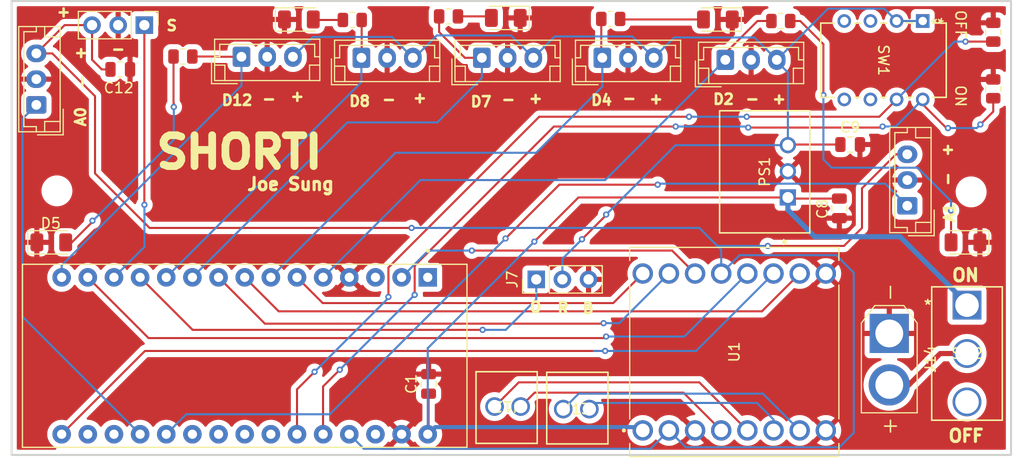
<source format=kicad_pcb>
(kicad_pcb (version 20240108) (generator "pcbnew") (generator_version "8.0")
  (layers (0 "F.Cu" signal) (31 "B.Cu" signal) (34 "B.Paste" user) (35 "F.Paste" user) (36 "B.SilkS" user "B.Silkscreen") (37 "F.SilkS" user "F.Silkscreen") (38 "B.Mask" user) (39 "F.Mask" user) (44 "Edge.Cuts" user))
  (net 0 "")
  (net 1 "+12V")
  (net 2 "GND")
  (net 3 "5v")
  (net 4 "+5V")
  (net 5 "Net-(D1-A)")
  (net 6 "Net-(D2-A)")
  (net 7 "Net-(D3-A)")
  (net 8 "Net-(D4-A)")
  (net 9 "Net-(D5-A)")
  (net 10 "S3")
  (net 11 "S1")
  (net 12 "S2")
  (net 13 "S4")
  (net 14 "S5")
  (net 15 "LN1")
  (net 16 "Servo")
  (net 17 "ST")
  (net 18 "LN2")
  (net 19 "Dirb")
  (net 21 "Net-(J12-Pin_1)")
  (net 22 "Net-(J12-Pin_2)")
  (net 23 "Net-(J13-Pin_1)")
  (net 24 "Net-(J13-Pin_2)")
  (net 25 "Net-(J14-Pin_2)")
  (net 26 "DIP1")
  (net 27 "DIP2")
  (net 28 "MOTOR1A")
  (net 29 "MOTOR1B")
  (net 30 "MOTOR2A")
  (net 31 "MOTOR2B")
  (net 39 "+3.3V")
  (net 43 "Dira")
  (footprint "Connector_JST:JST_EH_B3B-EH-A_1x03_P2.50mm_Vertical" (layer "F.Cu") (at 227.775 80.775)
    (property "Reference" "J3" (hide yes))
    (property "Value" "Screw3")
    (pad "1" thru_hole roundrect (at 0 0) (size 1.7 1.95) (drill 0.95) (layers "*.Cu" "*.Mask") (roundrect_rratio 0.147059) (net 12 "S2"))
    (pad "2" thru_hole oval (at 2.5 0) (size 1.7 1.95) (drill 0.95) (layers "*.Cu" "*.Mask") (net 2 "GND"))
    (pad "3" thru_hole oval (at 5 0) (size 1.7 1.95) (drill 0.95) (layers "*.Cu" "*.Mask") (net 3 "5v"))
  )
  (footprint "Capacitor_SMD:C_0805_2012Metric" (layer "F.Cu") (at 210.9 112.45 90)
    (property "Reference" "C1" (at 0 -1.68 90) (layer "F.SilkS"))
    (property "Value" "0.1uF")
    (pad "1" smd roundrect (at -0.95 0 90) (size 1 1.45) (layers "F.Cu" "F.Paste" "F.Mask") (net 1 "+12V"))
    (pad "2" smd roundrect (at 0.95 0 90) (size 1 1.45) (layers "F.Cu" "F.Paste" "F.Mask") (net 2 "GND"))
  )
  (footprint "Connector_JST:JST_EH_B3B-EH-A_1x03_P2.50mm_Vertical" (layer "F.Cu") (at 192.725 80.675)
    (property "Reference" "J5" (hide yes))
    (property "Value" "Screw3")
    (pad "1" thru_hole roundrect (at 0 0) (size 1.7 1.95) (drill 0.95) (layers "*.Cu" "*.Mask") (roundrect_rratio 0.147059) (net 14 "S5"))
    (pad "2" thru_hole oval (at 2.5 0) (size 1.7 1.95) (drill 0.95) (layers "*.Cu" "*.Mask") (net 2 "GND"))
    (pad "3" thru_hole oval (at 5 0) (size 1.7 1.95) (drill 0.95) (layers "*.Cu" "*.Mask") (net 3 "5v"))
  )
  (footprint "Resistor_SMD:R_0805_2012Metric" (layer "F.Cu") (at 203.4875 77.1 180)
    (property "Reference" "R4" (hide yes))
    (property "Value" "180" (hide yes))
    (pad "1" smd roundrect (at -0.9125 0 180) (size 1.025 1.4) (layers "F.Cu" "F.Paste" "F.Mask") (roundrect_rratio 0.243902) (net 13 "S4"))
    (pad "2" smd roundrect (at 0.9125 0 180) (size 1.025 1.4) (layers "F.Cu" "F.Paste" "F.Mask") (roundrect_rratio 0.243902) (net 8 "Net-(D4-A)"))
  )
  (footprint "JOEJOE:convertor" (layer "F.Cu") (at 245.799932 94.34 90)
    (property "Reference" "PS1" (at 2.49 -2.249932 90) (layer "F.SilkS"))
    (property "Value" "P78E05-1000")
    (fp_text user "*" (at -4.3299 0 90) (layer "F.SilkS"))
    (fp_text user "*" (at -4.3299 0 90) (layer "F.SilkS"))
    (pad "1" thru_hole rect (at 0 0 90) (size 1.5748 1.5748) (drill 1.0668) (layers "*.Cu" "*.Mask") (net 1 "+12V"))
    (pad "2" thru_hole circle (at 2.54 0 90) (size 1.5748 1.5748) (drill 1.0668) (layers "*.Cu" "*.Mask") (net 2 "GND"))
    (pad "3" thru_hole circle (at 5.08 0 90) (size 1.5748 1.5748) (drill 1.0668) (layers "*.Cu" "*.Mask") (net 3 "5v"))
  )
  (footprint "LED_SMD:LED_1206_3216Metric" (layer "F.Cu") (at 239 77.05 180)
    (property "Reference" "D2" (hide yes))
    (property "Value" "LED" (hide yes))
    (pad "1" smd roundrect (at -1.4 0 180) (size 1.25 1.75) (layers "F.Cu" "F.Paste" "F.Mask") (roundrect_rratio 0.2) (net 2 "GND"))
    (pad "2" smd roundrect (at 1.4 0 180) (size 1.25 1.75) (layers "F.Cu" "F.Paste" "F.Mask") (roundrect_rratio 0.2) (net 6 "Net-(D2-A)"))
  )
  (footprint "JOEJOE:spoarkfun" (layer "F.Cu") (at 240.5966 109.35 90)
    (property "Reference" "U1" (at 0 0 90) (layer "F.SilkS"))
    (property "Value" "ROB-14450")
    (pad "1" thru_hole circle (at -7.62 -8.89 90) (size 1.98 1.98) (drill 1.32) (layers "*.Cu" "*.Mask") (net 1 "+12V"))
    (pad "2" thru_hole circle (at -7.62 -6.35 90) (size 1.98 1.98) (drill 1.32) (layers "*.Cu" "*.Mask") (net 4 "+5V"))
    (pad "3" thru_hole circle (at -7.62 -3.81 90) (size 1.98 1.98) (drill 1.32) (layers "*.Cu" "*.Mask") (net 2 "GND"))
    (pad "4" thru_hole circle (at -7.62 -1.27 90) (size 1.98 1.98) (drill 1.32) (layers "*.Cu" "*.Mask") (net 21 "Net-(J12-Pin_1)"))
    (pad "5" thru_hole circle (at -7.62 1.27 90) (size 1.98 1.98) (drill 1.32) (layers "*.Cu" "*.Mask") (net 22 "Net-(J12-Pin_2)"))
    (pad "6" thru_hole circle (at -7.62 3.81 90) (size 1.98 1.98) (drill 1.32) (layers "*.Cu" "*.Mask") (net 24 "Net-(J13-Pin_2)"))
    (pad "7" thru_hole circle (at -7.62 6.35 90) (size 1.98 1.98) (drill 1.32) (layers "*.Cu" "*.Mask") (net 23 "Net-(J13-Pin_1)"))
    (pad "8" thru_hole circle (at -7.62 8.89 90) (size 1.98 1.98) (drill 1.32) (layers "*.Cu" "*.Mask") (net 2 "GND"))
    (pad "9" thru_hole circle (at 7.62 8.89 90) (size 1.98 1.98) (drill 1.32) (layers "*.Cu" "*.Mask") (net 2 "GND"))
    (pad "10" thru_hole circle (at 7.62 6.35 90) (size 1.98 1.98) (drill 1.32) (layers "*.Cu" "*.Mask") (net 19 "Dirb"))
    (pad "11" thru_hole circle (at 7.62 3.81 90) (size 1.98 1.98) (drill 1.32) (layers "*.Cu" "*.Mask") (net 31 "MOTOR2B"))
    (pad "12" thru_hole circle (at 7.62 1.27 90) (size 1.98 1.98) (drill 1.32) (layers "*.Cu" "*.Mask") (net 30 "MOTOR2A"))
    (pad "13" thru_hole circle (at 7.62 -1.27 90) (size 1.98 1.98) (drill 1.32) (layers "*.Cu" "*.Mask") (net 4 "+5V"))
    (pad "14" thru_hole circle (at 7.62 -3.81 90) (size 1.98 1.98) (drill 1.32) (layers "*.Cu" "*.Mask") (net 28 "MOTOR1A"))
    (pad "15" thru_hole circle (at 7.62 -6.35 90) (size 1.98 1.98) (drill 1.32) (layers "*.Cu" "*.Mask") (net 29 "MOTOR1B"))
    (pad "16" thru_hole circle (at 7.62 -8.89 90) (size 1.98 1.98) (drill 1.32) (layers "*.Cu" "*.Mask") (net 43 "Dira"))
  )
  (footprint "Connector_JST:JST_EH_B3B-EH-A_1x03_P2.50mm_Vertical" (layer "F.Cu") (at 172.8 85.35 90)
    (property "Reference" "J6" (hide yes))
    (property "Value" "Screw3")
    (pad "1" thru_hole roundrect (at 0 0 90) (size 1.7 1.95) (drill 0.95) (layers "*.Cu" "*.Mask") (roundrect_rratio 0.147059) (net 15 "LN1"))
    (pad "2" thru_hole oval (at 2.5 0 90) (size 1.7 1.95) (drill 0.95) (layers "*.Cu" "*.Mask") (net 2 "GND"))
    (pad "3" thru_hole oval (at 5 0 90) (size 1.7 1.95) (drill 0.95) (layers "*.Cu" "*.Mask") (net 4 "+5V"))
  )
  (footprint "LED_SMD:LED_1206_3216Metric" (layer "F.Cu") (at 198.3 77.05)
    (property "Reference" "D4" (hide yes))
    (property "Value" "LED" (hide yes))
    (pad "1" smd roundrect (at -1.4 0) (size 1.25 1.75) (layers "F.Cu" "F.Paste" "F.Mask") (roundrect_rratio 0.2) (net 2 "GND"))
    (pad "2" smd roundrect (at 1.4 0) (size 1.25 1.75) (layers "F.Cu" "F.Paste" "F.Mask") (roundrect_rratio 0.2) (net 8 "Net-(D4-A)"))
  )
  (footprint "Connector_JST:JST_EH_B3B-EH-A_1x03_P2.50mm_Vertical" (layer "F.Cu") (at 216.075 80.775)
    (property "Reference" "J1" (hide yes))
    (property "Value" "Screw3")
    (pad "1" thru_hole roundrect (at 0 0) (size 1.7 1.95) (drill 0.95) (layers "*.Cu" "*.Mask") (roundrect_rratio 0.147059) (net 10 "S3"))
    (pad "2" thru_hole oval (at 2.5 0) (size 1.7 1.95) (drill 0.95) (layers "*.Cu" "*.Mask") (net 2 "GND"))
    (pad "3" thru_hole oval (at 5 0) (size 1.7 1.95) (drill 0.95) (layers "*.Cu" "*.Mask") (net 3 "5v"))
  )
  (footprint "Connector_PinHeader_2.54mm:PinHeader_1x03_P2.54mm_Vertical" (layer "F.Cu") (at 221.36 102.3 90)
    (property "Reference" "J7" (at 0 -2.33 90) (layer "F.SilkS"))
    (property "Value" "Conn_01x03_Pin" (hide yes))
    (pad "1" thru_hole rect (at 0 0 90) (size 1.7 1.7) (drill 1) (layers "*.Cu" "*.Mask") (net 16 "Servo"))
    (pad "2" thru_hole oval (at 0 2.54 90) (size 1.7 1.7) (drill 1) (layers "*.Cu" "*.Mask") (net 3 "5v"))
    (pad "3" thru_hole oval (at 0 5.08 90) (size 1.7 1.7) (drill 1) (layers "*.Cu" "*.Mask") (net 2 "GND"))
  )
  (footprint "Resistor_SMD:R_0805_2012Metric" (layer "F.Cu") (at 187.0375 80.65 180)
    (property "Reference" "R5" (hide yes))
    (property "Value" "180")
    (pad "1" smd roundrect (at -0.9125 0 180) (size 1.025 1.4) (layers "F.Cu" "F.Paste" "F.Mask") (roundrect_rratio 0.243902) (net 14 "S5"))
    (pad "2" smd roundrect (at 0.9125 0 180) (size 1.025 1.4) (layers "F.Cu" "F.Paste" "F.Mask") (roundrect_rratio 0.243902) (net 9 "Net-(D5-A)"))
  )
  (footprint "Resistor_SMD:R_0805_2012Metric" (layer "F.Cu") (at 265.75 78.2875 -90)
    (property "Reference" "R8" (hide yes))
    (property "Value" "1k")
    (pad "1" smd roundrect (at -0.9125 0 270) (size 1.025 1.4) (layers "F.Cu" "F.Paste" "F.Mask") (roundrect_rratio 0.243902) (net 2 "GND"))
    (pad "2" smd roundrect (at 0.9125 0 270) (size 1.025 1.4) (layers "F.Cu" "F.Paste" "F.Mask") (roundrect_rratio 0.243902) (net 26 "DIP1"))
  )
  (footprint "Connector_JST:JST_EH_B3B-EH-A_1x03_P2.50mm_Vertical" (layer "F.Cu") (at 239.725 80.975)
    (property "Reference" "J2" (hide yes))
    (property "Value" "Screw3")
    (pad "1" thru_hole roundrect (at 0 0) (size 1.7 1.95) (drill 0.95) (layers "*.Cu" "*.Mask") (roundrect_rratio 0.147059) (net 11 "S1"))
    (pad "2" thru_hole oval (at 2.5 0) (size 1.7 1.95) (drill 0.95) (layers "*.Cu" "*.Mask") (net 2 "GND"))
    (pad "3" thru_hole oval (at 5 0) (size 1.7 1.95) (drill 0.95) (layers "*.Cu" "*.Mask") (net 3 "5v"))
  )
  (footprint "Capacitor_SMD:C_0805_2012Metric" (layer "F.Cu") (at 250.8 95.4 -90)
    (property "Reference" "C8" (at 0.05 1.65 90) (layer "F.SilkS"))
    (property "Value" "10uF")
    (pad "1" smd roundrect (at -0.95 0 270) (size 1 1.45) (layers "F.Cu" "F.Paste" "F.Mask") (net 1 "+12V"))
    (pad "2" smd roundrect (at 0.95 0 270) (size 1 1.45) (layers "F.Cu" "F.Paste" "F.Mask") (net 2 "GND"))
  )
  (footprint "JOEJOE:nano" (layer "F.Cu") (at 193.04 109.72 -90)
    (property "Reference" "TB1" (hide yes))
    (property "Value" "ARDUINO_NANO")
    (pad "1" thru_hole rect (at -7.62 -17.78 270) (size 1.8 1.8) (drill 0.9) (layers "*.Cu" "*.Mask"))
    (pad "2" thru_hole circle (at -7.62 -15.24 270) (size 1.8 1.8) (drill 0.9) (layers "*.Cu" "*.Mask") (net 28 "MOTOR1A"))
    (pad "3" thru_hole circle (at -7.62 -12.7 270) (size 1.8 1.8) (drill 0.9) (layers "*.Cu" "*.Mask"))
    (pad "4" thru_hole circle (at -7.62 -10.16 270) (size 1.8 1.8) (drill 0.9) (layers "*.Cu" "*.Mask") (net 2 "GND"))
    (pad "5" thru_hole circle (at -7.62 -7.62 270) (size 1.8 1.8) (drill 0.9) (layers "*.Cu" "*.Mask") (net 11 "S1"))
    (pad "6" thru_hole circle (at -7.62 -5.08 270) (size 1.8 1.8) (drill 0.9) (layers "*.Cu" "*.Mask") (net 43 "Dira"))
    (pad "7" thru_hole circle (at -7.62 -2.54 270) (size 1.8 1.8) (drill 0.9) (layers "*.Cu" "*.Mask") (net 12 "S2"))
    (pad "8" thru_hole circle (at -7.62 0 270) (size 1.8 1.8) (drill 0.9) (layers "*.Cu" "*.Mask") (net 19 "Dirb"))
    (pad "9" thru_hole circle (at -7.62 2.54 270) (size 1.8 1.8) (drill 0.9) (layers "*.Cu" "*.Mask") (net 29 "MOTOR1B"))
    (pad "10" thru_hole circle (at -7.62 5.08 270) (size 1.8 1.8) (drill 0.9) (layers "*.Cu" "*.Mask") (net 10 "S3"))
    (pad "11" thru_hole circle (at -7.62 7.62 270) (size 1.8 1.8) (drill 0.9) (layers "*.Cu" "*.Mask") (net 13 "S4"))
    (pad "12" thru_hole circle (at -7.62 10.16 270) (size 1.8 1.8) (drill 0.9) (layers "*.Cu" "*.Mask") (net 16 "Servo"))
    (pad "13" thru_hole circle (at -7.62 12.7 270) (size 1.8 1.8) (drill 0.9) (layers "*.Cu" "*.Mask") (net 17 "ST"))
    (pad "14" thru_hole circle (at -7.62 15.24 270) (size 1.8 1.8) (drill 0.9) (layers "*.Cu" "*.Mask") (net 30 "MOTOR2A"))
    (pad "15" thru_hole circle (at -7.62 17.78 270) (size 1.8 1.8) (drill 0.9) (layers "*.Cu" "*.Mask") (net 14 "S5"))
    (pad "16" thru_hole circle (at 7.62 17.78 270) (size 1.8 1.8) (drill 0.9) (layers "*.Cu" "*.Mask") (net 31 "MOTOR2B"))
    (pad "17" thru_hole circle (at 7.62 15.24 270) (size 1.8 1.8) (drill 0.9) (layers "*.Cu" "*.Mask") (net 39 "+3.3V"))
    (pad "18" thru_hole circle (at 7.62 12.7 270) (size 1.8 1.8) (drill 0.9) (layers "*.Cu" "*.Mask"))
    (pad "19" thru_hole circle (at 7.62 10.16 270) (size 1.8 1.8) (drill 0.9) (layers "*.Cu" "*.Mask") (net 15 "LN1"))
    (pad "20" thru_hole circle (at 7.62 7.62 270) (size 1.8 1.8) (drill 0.9) (layers "*.Cu" "*.Mask") (net 18 "LN2"))
    (pad "21" thru_hole circle (at 7.62 5.08 270) (size 1.8 1.8) (drill 0.9) (layers "*.Cu" "*.Mask"))
    (pad "22" thru_hole circle (at 7.62 2.54 270) (size 1.8 1.8) (drill 0.9) (layers "*.Cu" "*.Mask"))
    (pad "23" thru_hole circle (at 7.62 0 270) (size 1.8 1.8) (drill 0.9) (layers "*.Cu" "*.Mask"))
    (pad "24" thru_hole circle (at 7.62 -2.54 270) (size 1.8 1.8) (drill 0.9) (layers "*.Cu" "*.Mask"))
    (pad "25" thru_hole circle (at 7.62 -5.08 270) (size 1.8 1.8) (drill 0.9) (layers "*.Cu" "*.Mask") (net 26 "DIP1"))
    (pad "26" thru_hole circle (at 7.62 -7.62 270) (size 1.8 1.8) (drill 0.9) (layers "*.Cu" "*.Mask") (net 27 "DIP2"))
    (pad "27" thru_hole circle (at 7.62 -10.16 270) (size 1.8 1.8) (drill 0.9) (layers "*.Cu" "*.Mask") (net 4 "+5V"))
    (pad "28" thru_hole circle (at 7.62 -12.7 270) (size 1.8 1.8) (drill 0.9) (layers "*.Cu" "*.Mask"))
    (pad "29" thru_hole circle (at 7.62 -15.24 270) (size 1.8 1.8) (drill 0.9) (layers "*.Cu" "*.Mask") (net 2 "GND"))
    (pad "30" thru_hole circle (at 7.62 -17.78 270) (size 1.8 1.8) (drill 0.9) (layers "*.Cu" "*.Mask") (net 1 "+12V"))
  )
  (footprint "Capacitor_SMD:C_0805_2012Metric" (layer "F.Cu") (at 251.85 89.2)
    (property "Reference" "C9" (at 0 -1.68 0) (layer "F.SilkS"))
    (property "Value" "10uF")
    (pad "1" smd roundrect (at -0.95 0) (size 1 1.45) (layers "F.Cu" "F.Paste" "F.Mask") (net 3 "5v"))
    (pad "2" smd roundrect (at 0.95 0) (size 1 1.45) (layers "F.Cu" "F.Paste" "F.Mask") (net 2 "GND"))
  )
  (footprint "Connector_JST:JST_EH_B3B-EH-A_1x03_P2.50mm_Vertical" (layer "F.Cu") (at 204.375 80.775)
    (property "Reference" "J4" (hide yes))
    (property "Value" "Screw3")
    (pad "1" thru_hole roundrect (at 0 0) (size 1.7 1.95) (drill 0.95) (layers "*.Cu" "*.Mask") (roundrect_rratio 0.147059) (net 13 "S4"))
    (pad "2" thru_hole oval (at 2.5 0) (size 1.7 1.95) (drill 0.95) (layers "*.Cu" "*.Mask") (net 2 "GND"))
    (pad "3" thru_hole oval (at 5 0) (size 1.7 1.95) (drill 0.95) (layers "*.Cu" "*.Mask") (net 3 "5v"))
  )
  (footprint "Connector_PinHeader_2.54mm:PinHeader_1x03_P2.54mm_Vertical" (layer "F.Cu") (at 183.29 77.6 -90)
    (property "Reference" "J9" (hide yes))
    (property "Value" "Conn_01x03_Pin" (hide yes))
    (pad "1" thru_hole rect (at 0 0 270) (size 1.7 1.7) (drill 1) (layers "*.Cu" "*.Mask") (net 17 "ST"))
    (pad "2" thru_hole oval (at 0 2.54 270) (size 1.7 1.7) (drill 1) (layers "*.Cu" "*.Mask") (net 2 "GND"))
    (pad "3" thru_hole oval (at 0 5.08 270) (size 1.7 1.7) (drill 1) (layers "*.Cu" "*.Mask") (net 4 "+5V"))
  )
  (footprint "Connector_AMASS:AMASS_XT30U-F_1x02_P5.0mm_Vertical" (layer "F.Cu") (at 255.65 107.55 -90)
    (property "Reference" "J14" (at 2.5 -4 90) (layer "F.SilkS"))
    (property "Value" "xt30")
    (fp_text user "-" (at -4 0 90) (layer "F.SilkS") (effects (font (size 1.5 1.5))))
    (fp_text user "+" (at 9 0 90) (layer "F.SilkS") (effects (font (size 1.5 1.5))))
    (pad "1" thru_hole rect (at 0 0 270) (size 3.8 3.8) (drill 2.7) (layers "*.Cu" "*.Mask") (net 2 "GND"))
    (pad "2" thru_hole circle (at 5 0 270) (size 4 4) (drill 2.7) (layers "*.Cu" "*.Mask") (net 25 "Net-(J14-Pin_2)"))
  )
  (footprint "LED_SMD:LED_1206_3216Metric" (layer "F.Cu") (at 174.25 98.7)
    (property "Reference" "D5" (at -0.05 -1.85 0) (layer "F.SilkS"))
    (property "Value" "LED" (hide yes))
    (pad "1" smd roundrect (at -1.4 0) (size 1.25 1.75) (layers "F.Cu" "F.Paste" "F.Mask") (roundrect_rratio 0.2) (net 2 "GND"))
    (pad "2" smd roundrect (at 1.4 0) (size 1.25 1.75) (layers "F.Cu" "F.Paste" "F.Mask") (roundrect_rratio 0.2) (net 9 "Net-(D5-A)"))
  )
  (footprint "Connector_JST:JST_EH_B3B-EH-A_1x03_P2.50mm_Vertical" (layer "F.Cu") (at 257.4 95.15 90)
    (property "Reference" "J10" (hide yes))
    (property "Value" "Screw3")
    (pad "1" thru_hole roundrect (at 0 0 90) (size 1.7 1.95) (drill 0.95) (layers "*.Cu" "*.Mask") (roundrect_rratio 0.147059) (net 18 "LN2"))
    (pad "2" thru_hole oval (at 2.5 0 90) (size 1.7 1.95) (drill 0.95) (layers "*.Cu" "*.Mask") (net 2 "GND"))
    (pad "3" thru_hole oval (at 5 0 90) (size 1.7 1.95) (drill 0.95) (layers "*.Cu" "*.Mask") (net 4 "+5V"))
  )
  (footprint "JOEJOE:screw2" (layer "F.Cu") (at 219.85 114.65 180)
    (property "Reference" "J12" (at 1.370076 0 180) (layer "F.SilkS"))
    (property "Value" "Motor1 Output")
    (pad "1" thru_hole circle (at 0 0 180) (size 1.8034 1.8034) (drill 1.2954) (layers "*.Cu" "*.Mask") (net 21 "Net-(J12-Pin_1)"))
    (pad "2" thru_hole circle (at 2.54 0 180) (size 1.8034 1.8034) (drill 1.2954) (layers "*.Cu" "*.Mask") (net 22 "Net-(J12-Pin_2)"))
  )
  (footprint "MountingHole:MountingHole_2.5mm" (layer "F.Cu") (at 174.8 93.7)
    (property "Reference" "H4" (hide yes))
    (property "Value" "MountingHole")
    (pad "" np_thru_hole circle (at 0 0) (size 2.5 2.5) (drill 2.5) (layers "*.Cu" "*.Mask"))
  )
  (footprint "Capacitor_SMD:C_0805_2012Metric" (layer "F.Cu") (at 180.95 81.9)
    (property "Reference" "C12" (at -0.15 1.8 0) (layer "F.SilkS"))
    (property "Value" "0.1uF")
    (pad "1" smd roundrect (at -0.95 0) (size 1 1.45) (layers "F.Cu" "F.Paste" "F.Mask") (net 4 "+5V"))
    (pad "2" smd roundrect (at 0.95 0) (size 1 1.45) (layers "F.Cu" "F.Paste" "F.Mask") (net 2 "GND"))
  )
  (footprint "LED_SMD:LED_1206_3216Metric" (layer "F.Cu") (at 263.05 98.7 180)
    (property "Reference" "D1" (hide yes))
    (property "Value" "LED" (hide yes))
    (pad "1" smd roundrect (at -1.4 0 180) (size 1.25 1.75) (layers "F.Cu" "F.Paste" "F.Mask") (roundrect_rratio 0.2) (net 2 "GND"))
    (pad "2" smd roundrect (at 1.4 0 180) (size 1.25 1.75) (layers "F.Cu" "F.Paste" "F.Mask") (roundrect_rratio 0.2) (net 5 "Net-(D1-A)"))
  )
  (footprint "Resistor_SMD:R_0805_2012Metric" (layer "F.Cu") (at 228.5875 77)
    (property "Reference" "R2" (hide yes))
    (property "Value" "180")
    (pad "1" smd roundrect (at -0.9125 0) (size 1.025 1.4) (layers "F.Cu" "F.Paste" "F.Mask") (roundrect_rratio 0.243902) (net 12 "S2"))
    (pad "2" smd roundrect (at 0.9125 0) (size 1.025 1.4) (layers "F.Cu" "F.Paste" "F.Mask") (roundrect_rratio 0.243902) (net 6 "Net-(D2-A)"))
  )
  (footprint "JOEJOE:screw2" (layer "F.Cu") (at 223.979924 114.897201)
    (property "Reference" "J13" (at 1.370076 0 0) (layer "F.SilkS"))
    (property "Value" "Motor2 Output")
    (pad "1" thru_hole circle (at 0 0) (size 1.8034 1.8034) (drill 1.2954) (layers "*.Cu" "*.Mask") (net 23 "Net-(J13-Pin_1)"))
    (pad "2" thru_hole circle (at 2.54 0) (size 1.8034 1.8034) (drill 1.2954) (layers "*.Cu" "*.Mask") (net 24 "Net-(J13-Pin_2)"))
  )
  (footprint "MountingHole:MountingHole_2.5mm" (layer "F.Cu") (at 263.6 93.8)
    (property "Reference" "H3" (hide yes))
    (property "Value" "MountingHole")
    (pad "" np_thru_hole circle (at 0 0) (size 2.5 2.5) (drill 2.5) (layers "*.Cu" "*.Mask"))
  )
  (footprint "Resistor_SMD:R_0805_2012Metric" (layer "F.Cu") (at 265.75 83.7875 -90)
    (property "Reference" "R7" (hide yes))
    (property "Value" "1k")
    (pad "1" smd roundrect (at -0.9125 0 270) (size 1.025 1.4) (layers "F.Cu" "F.Paste" "F.Mask") (roundrect_rratio 0.243902) (net 2 "GND"))
    (pad "2" smd roundrect (at 0.9125 0 270) (size 1.025 1.4) (layers "F.Cu" "F.Paste" "F.Mask") (roundrect_rratio 0.243902) (net 27 "DIP2"))
  )
  (footprint "LED_SMD:LED_1206_3216Metric" (layer "F.Cu") (at 218.4 76.9 180)
    (property "Reference" "D3" (hide yes))
    (property "Value" "LED" (hide yes))
    (pad "1" smd roundrect (at -1.4 0 180) (size 1.25 1.75) (layers "F.Cu" "F.Paste" "F.Mask") (roundrect_rratio 0.2) (net 2 "GND"))
    (pad "2" smd roundrect (at 1.4 0 180) (size 1.25 1.75) (layers "F.Cu" "F.Paste" "F.Mask") (roundrect_rratio 0.2) (net 7 "Net-(D3-A)"))
  )
  (footprint "Resistor_SMD:R_0805_2012Metric" (layer "F.Cu") (at 212.8375 76.75)
    (property "Reference" "R3" (hide yes))
    (property "Value" "180")
    (pad "1" smd roundrect (at -0.9125 0) (size 1.025 1.4) (layers "F.Cu" "F.Paste" "F.Mask") (roundrect_rratio 0.243902) (net 10 "S3"))
    (pad "2" smd roundrect (at 0.9125 0) (size 1.025 1.4) (layers "F.Cu" "F.Paste" "F.Mask") (roundrect_rratio 0.243902) (net 7 "Net-(D3-A)"))
  )
  (footprint "Resistor_SMD:R_0805_2012Metric" (layer "F.Cu") (at 245.1125 77.2)
    (property "Reference" "R1" (hide yes))
    (property "Value" "180")
    (pad "1" smd roundrect (at -0.9125 0) (size 1.025 1.4) (layers "F.Cu" "F.Paste" "F.Mask") (roundrect_rratio 0.243902) (net 11 "S1"))
    (pad "2" smd roundrect (at 0.9125 0) (size 1.025 1.4) (layers "F.Cu" "F.Paste" "F.Mask") (roundrect_rratio 0.243902) (net 5 "Net-(D1-A)"))
  )
  (footprint "JOEJOE:realswitch" (layer "F.Cu") (at 263.2 104.802)
    (property "Reference" "SW2" (at 0 4.699 0) (layer "F.SilkS"))
    (property "Value" "SW_DPDT_x2")
    (fp_text user "*" (at -3.81 0 0) (layer "F.SilkS"))
    (fp_text user "*" (at -3.81 0 0) (layer "F.SilkS"))
    (pad "1" thru_hole rect (at 0 0) (size 2.794 2.794) (drill 2.286) (layers "*.Cu" "*.Mask") (net 1 "+12V"))
    (pad "2" thru_hole circle (at 0 4.699) (size 2.794 2.794) (drill 2.286) (layers "*.Cu" "*.Mask") (net 25 "Net-(J14-Pin_2)"))
    (pad "3" thru_hole circle (at 0 9.398) (size 2.794 2.794) (drill 2.286) (layers "*.Cu" "*.Mask"))
  )
  (footprint "JOEJOE:dip" (layer "F.Cu") (at 258.9 77.2 -90)
    (property "Reference" "SW1" (at 3.81 3.81 -90) (layer "F.SilkS"))
    (property "Value" "SW_DIP_x04")
    (fp_text user "*" (at 0 -1.4224 90) (layer "F.SilkS"))
    (fp_text user "*" (at 0 -1.4224 -90) (layer "F.SilkS"))
    (fp_text user "OFF" (at 0.3302 -3.683 -90) (layer "F.SilkS"))
    (fp_text user "ON" (at 7.2898 -3.683 -90) (layer "F.SilkS"))
    (pad "1" thru_hole rect (at 0 0 270) (size 1.3208 1.3208) (drill 0.8128) (layers "*.Cu" "*.Mask") (net 3 "5v"))
    (pad "2" thru_hole circle (at 0 2.54 270) (size 1.3208 1.3208) (drill 0.8128) (layers "*.Cu" "*.Mask") (net 3 "5v"))
    (pad "3" thru_hole circle (at 0 5.08 270) (size 1.3208 1.3208) (drill 0.8128) (layers "*.Cu" "*.Mask"))
    (pad "4" thru_hole circle (at 0 7.62 270) (size 1.3208 1.3208) (drill 0.8128) (layers "*.Cu" "*.Mask"))
    (pad "5" thru_hole circle (at 7.62 7.62 270) (size 1.3208 1.3208) (drill 0.8128) (layers "*.Cu" "*.Mask"))
    (pad "6" thru_hole circle (at 7.62 5.08 270) (size 1.3208 1.3208) (drill 0.8128) (layers "*.Cu" "*.Mask"))
    (pad "7" thru_hole circle (at 7.62 2.54 270) (size 1.3208 1.3208) (drill 0.8128) (layers "*.Cu" "*.Mask") (net 26 "DIP1"))
    (pad "8" thru_hole circle (at 7.62 0 270) (size 1.3208 1.3208) (drill 0.8128) (layers "*.Cu" "*.Mask") (net 27 "DIP2"))
  )
  (gr_rect (start 170.4 75.26) (end 267.475 119.35) (stroke (width 0.2)) (fill none) (layer "Edge.Cuts"))
  (gr_text "-" (at 180.75 80.05 180) (layer "F.SilkS") (effects (font (size 1 1) (thickness 0.25) (bold yes))))
  (gr_text "D2\n" (at 239.55 84.8 0) (layer "F.SilkS") (effects (font (size 1 1) (thickness 0.25) (bold yes))))
  (gr_text "-" (at 195.4 84.75 0) (layer "F.SilkS") (effects (font (size 1 1) (thickness 0.25) (bold yes))))
  (gr_text "SHORTI\n" (at 184.1 91.7 0) (layer "F.SilkS") (effects (font (size 3 3) (thickness 0.75) (bold yes)) (justify left bottom)))
  (gr_text "+\n" (at 210.05 84.65 0) (layer "F.SilkS") (effects (font (size 1 1) (thickness 0.25) (bold yes))))
  (gr_text "R" (at 223.95 105.05 0) (layer "F.SilkS") (effects (font (size 1 1) (thickness 0.25) (bold yes))))
  (gr_text "+\n" (at 233 84.75 0) (layer "F.SilkS") (effects (font (size 1 1) (thickness 0.25) (bold yes))))
  (gr_text "D7\n\n" (at 216 85.85 0) (layer "F.SilkS") (effects (font (size 1 1) (thickness 0.25) (bold yes))))
  (gr_text "D12" (at 192.3 84.9 0) (layer "F.SilkS") (effects (font (size 1 1) (thickness 0.25) (bold yes))))
  (gr_text "+\n" (at 198.15 84.5 0) (layer "F.SilkS") (effects (font (size 1 1) (thickness 0.25) (bold yes))))
  (gr_text "B\n\n" (at 226.4 105.9 0) (layer "F.SilkS") (effects (font (size 1 1) (thickness 0.25) (bold yes))))
  (gr_text "O\n" (at 221.3 105 0) (layer "F.SilkS") (effects (font (size 1 1) (thickness 0.25) (bold yes))))
  (gr_text "S" (at 185.95 77.55 180) (layer "F.SilkS") (effects (font (size 1 1) (thickness 0.25) (bold yes))))
  (gr_text "A1" (at 261.5 95.8 90) (layer "F.SilkS") (effects (font (size 1 1) (thickness 0.25) (bold yes))))
  (gr_text "-" (at 207.05 84.8 0) (layer "F.SilkS") (effects (font (size 1 1) (thickness 0.25) (bold yes))))
  (gr_text "+\n" (at 261.35 89.65 0) (layer "F.SilkS") (effects (font (size 1 1) (thickness 0.25) (bold yes))))
  (gr_text "OFF\n" (at 261.25 118.2 0) (layer "F.SilkS") (effects (font (size 1.2 1.2) (thickness 0.3) (bold yes)) (justify left bottom)))
  (gr_text "D8\n\n" (at 204.2 85.8 0) (layer "F.SilkS") (effects (font (size 1 1) (thickness 0.25) (bold yes))))
  (gr_text "-" (at 230.4 84.7 0) (layer "F.SilkS") (effects (font (size 1 1) (thickness 0.25) (bold yes))))
  (gr_text "-" (at 261.3 92.55 90) (layer "F.SilkS") (effects (font (size 1 1) (thickness 0.25) (bold yes))))
  (gr_text "+\n" (at 175.45 76.3 0) (layer "F.SilkS") (effects (font (size 1 1) (thickness 0.25) (bold yes))))
  (gr_text "+\n" (at 244.95 84.75 0) (layer "F.SilkS") (effects (font (size 1 1) (thickness 0.25) (bold yes))))
  (gr_text "ON" (at 261.6 102.6 0) (layer "F.SilkS") (effects (font (size 1.2 1.2) (thickness 0.3) (bold yes)) (justify left bottom)))
  (gr_text "-" (at 177.2 83.05 90) (layer "F.SilkS") (effects (font (size 1 1) (thickness 0.25) (bold yes))))
  (gr_text "D4\n\n" (at 227.7 85.7 0) (layer "F.SilkS") (effects (font (size 1 1) (thickness 0.25) (bold yes))))
  (gr_text "-" (at 242.35 84.75 0) (layer "F.SilkS") (effects (font (size 1 1) (thickness 0.25) (bold yes))))
  (gr_text "  Joe Sung " (at 191.3 93.75 0) (layer "F.SilkS") (effects (font (size 1.2 1.2) (thickness 0.3) (bold yes)) (justify left bottom)))
  (gr_text "+\n" (at 221.3 84.7 0) (layer "F.SilkS") (effects (font (size 1 1) (thickness 0.25) (bold yes))))
  (gr_text "A0" (at 177.1 86.5 90) (layer "F.SilkS") (effects (font (size 1 1) (thickness 0.25) (bold yes))))
  (gr_text "+\n" (at 177.15 80.25 0) (layer "F.SilkS") (effects (font (size 1 1) (thickness 0.25) (bold yes))))
  (gr_text "-" (at 218.65 84.8 0) (layer "F.SilkS") (effects (font (size 1 1) (thickness 0.25) (bold yes))))
  (segment (start 225.46 94.34) (end 245.799932 94.34) (width 0.2) (layer "F.Cu") (net 1))
  (segment (start 250.8 94.45) (end 245.909932 94.45) (width 0.2) (layer "F.Cu") (net 1))
  (segment (start 221.175 98.625) (end 225.46 94.34) (width 0.2) (layer "F.Cu") (net 1))
  (segment (start 210.9 113.4) (end 210.9 117.26) (width 0.2) (layer "F.Cu") (net 1))
  (segment (start 245.909932 94.45) (end 245.799932 94.34) (width 0.2) (layer "F.Cu") (net 1))
  (segment (start 210.9 117.26) (end 210.82 117.34) (width 0.2) (layer "F.Cu") (net 1))
  (via (at 221.175 98.625) (size 0.6) (drill 0.3) (layers "F.Cu" "B.Cu") (net 1))
  (segment (start 231.3866 116.65) (end 231.7066 116.97) (width 0.4) (layer "B.Cu") (net 1))
  (segment (start 210.82 108.98) (end 210.82 117.34) (width 0.2) (layer "B.Cu") (net 1))
  (segment (start 211.55 116.65) (end 231.3866 116.65) (width 0.4) (layer "B.Cu") (net 1))
  (segment (start 263.2 104.65) (end 263.2 104.802) (width 0.5) (layer "B.Cu") (net 1))
  (segment (start 210.82 117.34) (end 210.86 117.34) (width 0.4) (layer "B.Cu") (net 1))
  (segment (start 256.7 98.15) (end 263.2 104.65) (width 0.5) (layer "B.Cu") (net 1))
  (segment (start 248.4 98.15) (end 256.7 98.15) (width 0.5) (layer "B.Cu") (net 1))
  (segment (start 245.799932 95.549932) (end 248.4 98.15) (width 0.5) (layer "B.Cu") (net 1))
  (segment (start 245.799932 94.34) (end 245.799932 95.549932) (width 0.5) (layer "B.Cu") (net 1))
  (segment (start 221.175 98.625) (end 210.82 108.98) (width 0.2) (layer "B.Cu") (net 1))
  (segment (start 210.86 117.34) (end 211.55 116.65) (width 0.4) (layer "B.Cu") (net 1))
  (segment (start 257.4 92.9) (end 257.4 92.65) (width 0.2) (layer "F.Cu") (net 2))
  (segment (start 257.4 93.040256) (end 257.4 92.65) (width 0.2) (layer "B.Cu") (net 2))
  (segment (start 245.859932 89.2) (end 245.799932 89.26) (width 0.2) (layer "F.Cu") (net 3))
  (segment (start 228.15 96) (end 228.15 96.05) (width 0.2) (layer "F.Cu") (net 3))
  (segment (start 250.9 89.2) (end 245.859932 89.2) (width 0.2) (layer "F.Cu") (net 3))
  (segment (start 228.15 96.05) (end 225.8 98.4) (width 0.2) (layer "F.Cu") (net 3))
  (via (at 228.15 96) (size 0.6) (drill 0.3) (layers "F.Cu" "B.Cu") (net 3))
  (via (at 225.8 98.4) (size 0.6) (drill 0.3) (layers "F.Cu" "B.Cu") (net 3))
  (segment (start 223.15 78.7) (end 221.075 80.775) (width 0.2) (layer "B.Cu") (net 3))
  (segment (start 244.725 80.975) (end 249.7 76) (width 0.2) (layer "B.Cu") (net 3))
  (segment (start 232.775 80.775) (end 230.7 78.7) (width 0.2) (layer "B.Cu") (net 3))
  (segment (start 245.799932 82.199932) (end 244.725 81.125) (width 0.2) (layer "B.Cu") (net 3))
  (segment (start 207.35 78.75) (end 209.375 80.775) (width 0.2) (layer "B.Cu") (net 3))
  (segment (start 197.725 80.675) (end 199.65 78.75) (width 0.2) (layer "B.Cu") (net 3))
  (segment (start 249.7 76) (end 255.16 76) (width 0.2) (layer "B.Cu") (net 3))
  (segment (start 244.725 81.125) (end 244.725 80.975) (width 0.2) (layer "B.Cu") (net 3))
  (segment (start 218.9 78.6) (end 221.075 80.775) (width 0.2) (layer "B.Cu") (net 3))
  (segment (start 255.16 76) (end 256.36 77.2) (width 0.2) (layer "B.Cu") (net 3))
  (segment (start 225.8 98.4) (end 223.9 100.3) (width 0.2) (layer "B.Cu") (net 3))
  (segment (start 244.725 80.975) (end 242.55 78.8) (width 0.2) (layer "B.Cu") (net 3))
  (segment (start 209.375 80.775) (end 209.525 80.775) (width 0.2) (layer "B.Cu") (net 3))
  (segment (start 242.55 78.8) (end 234.75 78.8) (width 0.2) (layer "B.Cu") (net 3))
  (segment (start 234.89 89.26) (end 245.799932 89.26) (width 0.2) (layer "B.Cu") (net 3))
  (segment (start 211.7 78.6) (end 218.9 78.6) (width 0.2) (layer "B.Cu") (net 3))
  (segment (start 230.7 78.7) (end 223.15 78.7) (width 0.2) (layer "B.Cu") (net 3))
  (segment (start 223.9 100.3) (end 223.9 102.3) (width 0.2) (layer "B.Cu") (net 3))
  (segment (start 199.65 78.75) (end 207.35 78.75) (width 0.2) (layer "B.Cu") (net 3))
  (segment (start 234.75 78.8) (end 232.775 80.775) (width 0.2) (layer "B.Cu") (net 3))
  (segment (start 245.799932 89.26) (end 245.799932 82.199932) (width 0.2) (layer "B.Cu") (net 3))
  (segment (start 256.36 77.2) (end 258.9 77.2) (width 0.2) (layer "B.Cu") (net 3))
  (segment (start 209.525 80.775) (end 211.7 78.6) (width 0.2) (layer "B.Cu") (net 3))
  (segment (start 228.15 96) (end 234.89 89.26) (width 0.2) (layer "B.Cu") (net 3))
  (segment (start 178.5 92) (end 183.8 97.3) (width 0.2) (layer "F.Cu") (net 4))
  (segment (start 178.21 79.8) (end 178.21 80.96) (width 0.2) (layer "F.Cu") (net 4))
  (segment (start 178.21 77.6) (end 175.55 77.6) (width 0.2) (layer "F.Cu") (net 4))
  (segment (start 178.21 80.96) (end 179.15 81.9) (width 0.2) (layer "F.Cu") (net 4))
  (segment (start 178.21 79.8) (end 178.21 77.6) (width 0.2) (layer "F.Cu") (net 4))
  (segment (start 251.25 99.05) (end 253 97.3) (width 0.2) (layer "F.Cu") (net 4))
  (segment (start 183.8 97.3) (end 209.25 97.3) (width 0.2) (layer "F.Cu") (net 4))
  (segment (start 174.35 80.35) (end 178.5 84.5) (width 0.2) (layer "F.Cu") (net 4))
  (segment (start 175.55 77.6) (end 172.8 80.35) (width 0.2) (layer "F.Cu") (net 4))
  (segment (start 172.8 80.35) (end 174.35 80.35) (width 0.2) (layer "F.Cu") (net 4))
  (segment (start 178.5 84.5) (end 178.5 92) (width 0.2) (layer "F.Cu") (net 4))
  (segment (start 179.15 81.9) (end 180 81.9) (width 0.2) (layer "F.Cu") (net 4))
  (segment (start 243.85 99.05) (end 251.25 99.05) (width 0.2) (layer "F.Cu") (net 4))
  (segment (start 253 93.45) (end 256.3 90.15) (width 0.2) (layer "F.Cu") (net 4))
  (segment (start 253 97.3) (end 253 93.45) (width 0.2) (layer "F.Cu") (net 4))
  (segment (start 178.21 79.965) (end 178.21 79.8) (width 0.2) (layer "F.Cu") (net 4))
  (segment (start 256.3 90.15) (end 257.4 90.15) (width 0.2) (layer "F.Cu") (net 4))
  (via (at 209.25 97.3) (size 0.6) (drill 0.3) (layers "F.Cu" "B.Cu") (net 4))
  (via (at 243.85 99.05) (size 0.6) (drill 0.3) (layers "F.Cu" "B.Cu") (net 4))
  (segment (start 238.85 98.95) (end 237.2 97.3) (width 0.2) (layer "B.Cu") (net 4))
  (segment (start 239.3266 101.73) (end 241.1066 99.95) (width 0.2) (layer "B.Cu") (net 4))
  (segment (start 238.85 98.95) (end 239.3266 99.4266) (width 0.2) (layer "B.Cu") (net 4))
  (segment (start 250.5 99.95) (end 252.2 101.65) (width 0.2) (layer "B.Cu") (net 4))
  (segment (start 252.2 117.2) (end 250.8 118.6) (width 0.2) (layer "B.Cu") (net 4))
  (segment (start 250.8 118.6) (end 235.8766 118.6) (width 0.2) (layer "B.Cu") (net 4))
  (segment (start 252.2 101.65) (end 252.2 117.2) (width 0.2) (layer "B.Cu") (net 4))
  (segment (start 237.2 97.3) (end 209.25 97.3) (width 0.2) (layer "B.Cu") (net 4))
  (segment (start 243.85 99.05) (end 238.95 99.05) (width 0.2) (layer "B.Cu") (net 4))
  (segment (start 235.8766 118.6) (end 234.2466 116.97) (width 0.2) (layer "B.Cu") (net 4))
  (segment (start 234.2466 116.97) (end 232.4666 118.75) (width 0.2) (layer "B.Cu") (net 4))
  (segment (start 239.3266 99.4266) (end 239.3266 101.73) (width 0.2) (layer "B.Cu") (net 4))
  (segment (start 204.61 118.75) (end 203.2 117.34) (width 0.2) (layer "B.Cu") (net 4))
  (segment (start 241.1066 99.95) (end 250.5 99.95) (width 0.2) (layer "B.Cu") (net 4))
  (segment (start 232.4666 118.75) (end 204.61 118.75) (width 0.2) (layer "B.Cu") (net 4))
  (segment (start 238.95 99.05) (end 238.85 98.95) (width 0.2) (layer "B.Cu") (net 4))
  (segment (start 247 77.2) (end 248.2 78.4) (width 0.2) (layer "F.Cu") (net 5))
  (segment (start 249.25 79.45) (end 249.25 84.4) (width 0.2) (layer "F.Cu") (net 5))
  (segment (start 246.025 77.2) (end 247 77.2) (width 0.2) (layer "F.Cu") (net 5))
  (segment (start 261.65 95.6) (end 261.65 98.7) (width 0.2) (layer "F.Cu") (net 5))
  (segment (start 248.2 78.4) (end 249.25 79.45) (width 0.2) (layer "F.Cu") (net 5))
  (via (at 249.25 84.4) (size 0.6) (drill 0.3) (layers "F.Cu" "B.Cu") (net 5))
  (via (at 261.65 95.6) (size 0.6) (drill 0.3) (layers "F.Cu" "B.Cu") (net 5))
  (segment (start 261.65 95.6) (end 261.65 94.7) (width 0.2) (layer "B.Cu") (net 5))
  (segment (start 250.05 91.45) (end 249.25 90.65) (width 0.2) (layer "B.Cu") (net 5))
  (segment (start 258.4 91.45) (end 250.05 91.45) (width 0.2) (layer "B.Cu") (net 5))
  (segment (start 249.25 90.65) (end 249.25 84.4) (width 0.2) (layer "B.Cu") (net 5))
  (segment (start 261.65 94.7) (end 258.4 91.45) (width 0.2) (layer "B.Cu") (net 5))
  (segment (start 237.6 77.05) (end 229.55 77.05) (width 0.2) (layer "F.Cu") (net 6))
  (segment (start 229.55 77.05) (end 229.5 77) (width 0.2) (layer "F.Cu") (net 6))
  (segment (start 217.15 76.75) (end 217.3 76.9) (width 0.2) (layer "F.Cu") (net 7))
  (segment (start 217.225 76.725) (end 217.275 76.675) (width 0.2) (layer "F.Cu") (net 7))
  (segment (start 216.85 76.75) (end 217 76.9) (width 0.2) (layer "F.Cu") (net 7))
  (segment (start 213.75 76.75) (end 216.85 76.75) (width 0.2) (layer "F.Cu") (net 7))
  (segment (start 199.75 77.1) (end 199.7 77.05) (width 0.2) (layer "F.Cu") (net 8))
  (segment (start 202.575 77.1) (end 199.75 77.1) (width 0.2) (layer "F.Cu") (net 8))
  (segment (start 202.475 77) (end 202.575 77.1) (width 0.2) (layer "F.Cu") (net 8))
  (segment (start 178.25 96.7) (end 176.25 98.7) (width 0.2) (layer "F.Cu") (net 9))
  (segment (start 186.15 85.2) (end 186.125 85.175) (width 0.2) (layer "F.Cu") (net 9))
  (segment (start 178.25 96.6) (end 178.25 96.7) (width 0.2) (layer "F.Cu") (net 9))
  (segment (start 186.125 85.175) (end 186.125 80.65) (width 0.2) (layer "F.Cu") (net 9))
  (segment (start 186.15 85.55) (end 186.15 85.2) (width 0.2) (layer "F.Cu") (net 9))
  (segment (start 176.25 98.7) (end 175.65 98.7) (width 0.2) (layer "F.Cu") (net 9))
  (via (at 178.25 96.6) (size 0.6) (drill 0.3) (layers "F.Cu" "B.Cu") (net 9))
  (via (at 186.15 85.55) (size 0.6) (drill 0.3) (layers "F.Cu" "B.Cu") (net 9))
  (segment (start 178.3 96.6) (end 186.15 88.75) (width 0.2) (layer "B.Cu") (net 9))
  (segment (start 186.15 88.75) (end 186.15 85.55) (width 0.2) (layer "B.Cu") (net 9))
  (segment (start 178.25 96.6) (end 178.3 96.6) (width 0.2) (layer "B.Cu") (net 9))
  (segment (start 212.25 78.6) (end 214.425 80.775) (width 0.2) (layer "F.Cu") (net 10))
  (segment (start 214.425 80.775) (end 216.075 80.775) (width 0.2) (layer "F.Cu") (net 10))
  (segment (start 211.925 76.75) (end 211.925 78.275) (width 0.2) (layer "F.Cu") (net 10))
  (segment (start 211.925 78.275) (end 212.25 78.6) (width 0.2) (layer "F.Cu") (net 10))
  (segment (start 216.075 80.775) (end 216.075 82.725) (width 0.2) (layer "B.Cu") (net 10))
  (segment (start 211.75 87.05) (end 203.01 87.05) (width 0.2) (layer "B.Cu") (net 10))
  (segment (start 203.01 87.05) (end 187.96 102.1) (width 0.2) (layer "B.Cu") (net 10))
  (segment (start 216.075 82.725) (end 211.75 87.05) (width 0.2) (layer "B.Cu") (net 10))
  (segment (start 239.725 80.975) (end 240 80.975) (width 0.2) (layer "F.Cu") (net 11))
  (segment (start 242.85 77.2) (end 244.2 77.2) (width 0.2) (layer "F.Cu") (net 11))
  (segment (start 199.94 102.16) (end 200.39 102.16) (width 0.2) (layer "F.Cu") (net 11))
  (segment (start 239.725 80.325) (end 242.85 77.2) (width 0.2) (layer "F.Cu") (net 11))
  (segment (start 239.725 80.975) (end 239.725 80.325) (width 0.2) (layer "F.Cu") (net 11))
  (segment (start 210.11 92.65) (end 200.66 102.1) (width 0.2) (layer "B.Cu") (net 11))
  (segment (start 239.725 80.975) (end 228.05 92.65) (width 0.2) (layer "B.Cu") (net 11))
  (segment (start 228.05 92.65) (end 210.11 92.65) (width 0.2) (layer "B.Cu") (net 11))
  (segment (start 227.675 80.675) (end 227.775 80.775) (width 0.2) (layer "F.Cu") (net 12))
  (segment (start 227.675 77) (end 227.675 80.675) (width 0.2) (layer "F.Cu") (net 12))
  (segment (start 227.775 83.575) (end 221.35 90) (width 0.2) (layer "B.Cu") (net 12))
  (segment (start 227.635 80.775) (end 227.775 80.775) (width 0.2) (layer "B.Cu") (net 12))
  (segment (start 207.68 90) (end 195.58 102.1) (width 0.2) (layer "B.Cu") (net 12))
  (segment (start 221.35 90) (end 207.68 90) (width 0.2) (layer "B.Cu") (net 12))
  (segment (start 227.775 80.775) (end 227.775 83.575) (width 0.2) (layer "B.Cu") (net 12))
  (segment (start 204.4 80.75) (end 204.375 80.775) (width 0.2) (layer "F.Cu") (net 13))
  (segment (start 204.4 77.1) (end 204.4 80.75) (width 0.2) (layer "F.Cu") (net 13))
  (segment (start 204.375 80.775) (end 204.375 83.145) (width 0.2) (layer "B.Cu") (net 13))
  (segment (start 204.375 83.145) (end 185.42 102.1) (width 0.2) (layer "B.Cu") (net 13))
  (segment (start 190.45 80.675) (end 192.725 80.675) (width 0.2) (layer "F.Cu") (net 14))
  (segment (start 190.275 80.675) (end 190.45 80.675) (width 0.2) (layer "F.Cu") (net 14))
  (segment (start 190.425 80.65) (end 190.45 80.675) (width 0.2) (layer "F.Cu") (net 14))
  (segment (start 187.95 80.65) (end 190.425 80.65) (width 0.2) (layer "F.Cu") (net 14))
  (segment (start 192.725 83.475) (end 175.26 100.94) (width 0.2) (layer "B.Cu") (net 14))
  (segment (start 175.26 100.94) (end 175.26 102.1) (width 0.2) (layer "B.Cu") (net 14))
  (segment (start 192.725 80.675) (end 192.725 83.475) (width 0.2) (layer "B.Cu") (net 14))
  (segment (start 171.45 105.91) (end 182.88 117.34) (width 0.2) (layer "B.Cu") (net 15))
  (segment (start 172.8 85.35) (end 171.45 86.7) (width 0.2) (layer "B.Cu") (net 15))
  (segment (start 171.45 86.7) (end 171.45 105.91) (width 0.2) (layer "B.Cu") (net 15))
  (segment (start 216.15 107.2) (end 187.98 107.2) (width 0.2) (layer "F.Cu") (net 16))
  (segment (start 187.98 107.2) (end 182.88 102.1) (width 0.2) (layer "F.Cu") (net 16))
  (via (at 216.15 107.2) (size 0.6) (drill 0.3) (layers "F.Cu" "B.Cu") (net 16))
  (segment (start 221.36 102.3) (end 221.36 104.24) (width 0.2) (layer "B.Cu") (net 16))
  (segment (start 221.36 104.24) (end 218.4 107.2) (width 0.2) (layer "B.Cu") (net 16))
  (segment (start 218.4 107.2) (end 216.15 107.2) (width 0.2) (layer "B.Cu") (net 16))
  (segment (start 183.3 95.05) (end 183.29 95.04) (width 0.2) (layer "F.Cu") (net 17))
  (segment (start 183.29 95.04) (end 183.29 77.6) (width 0.2) (layer "F.Cu") (net 17))
  (via (at 183.3 95.05) (size 0.6) (drill 0.3) (layers "F.Cu" "B.Cu") (net 17))
  (segment (start 183.3 95.05) (end 183.3 99.14) (width 0.2) (layer "B.Cu") (net 17))
  (segment (start 183.3 99.14) (end 180.34 102.1) (width 0.2) (layer "B.Cu") (net 17))
  (segment (start 223.6 93.1) (end 233.15 93.1) (width 0.2) (layer "F.Cu") (net 18))
  (segment (start 218.375 98.325) (end 223.6 93.1) (width 0.2) (layer "F.Cu") (net 18))
  (via (at 218.375 98.325) (size 0.6) (drill 0.3) (layers "F.Cu" "B.Cu") (net 18))
  (via (at 233.15 93.1) (size 0.6) (drill 0.3) (layers "F.Cu" "B.Cu") (net 18))
  (segment (start 187.36 115.4) (end 185.42 117.34) (width 0.2) (layer "B.Cu") (net 18))
  (segment (start 201.3 115.4) (end 187.36 115.4) (width 0.2) (layer "B.Cu") (net 18))
  (segment (start 255.25 93) (end 257.4 95.15) (width 0.2) (layer "B.Cu") (net 18))
  (segment (start 218.375 98.325) (end 201.3 115.4) (width 0.2) (layer "B.Cu") (net 18))
  (segment (start 233.25 93) (end 255.25 93) (width 0.2) (layer "B.Cu") (net 18))
  (segment (start 233.15 93.1) (end 233.25 93) (width 0.2) (layer "B.Cu") (net 18))
  (segment (start 193.04 102.1) (end 196.34 105.4) (width 0.2) (layer "F.Cu") (net 19))
  (segment (start 196.34 105.4) (end 243.2766 105.4) (width 0.2) (layer "F.Cu") (net 19))
  (segment (start 243.2766 105.4) (end 246.9466 101.73) (width 0.2) (layer "F.Cu") (net 19))
  (segment (start 219.85 114.65) (end 221.2 113.3) (width 0.2) (layer "F.Cu") (net 21))
  (segment (start 235.6566 113.3) (end 239.3266 116.97) (width 0.2) (layer "F.Cu") (net 21))
  (segment (start 221.2 113.3) (end 235.6566 113.3) (width 0.2) (layer "F.Cu") (net 21))
  (segment (start 237.1966 112.3) (end 241.8666 116.97) (width 0.2) (layer "F.Cu") (net 22))
  (segment (start 219.66 112.3) (end 237.1966 112.3) (width 0.2) (layer "F.Cu") (net 22))
  (segment (start 217.31 114.65) (end 219.66 112.3) (width 0.2) (layer "F.Cu") (net 22))
  (segment (start 223.979924 114.897201) (end 225.477125 113.4) (width 0.2) (layer "B.Cu") (net 23))
  (segment (start 225.477125 113.4) (end 243.3766 113.4) (width 0.2) (layer "B.Cu") (net 23))
  (segment (start 243.3766 113.4) (end 246.9466 116.97) (width 0.2) (layer "B.Cu") (net 23))
  (segment (start 244.4066 115.9066) (end 244.4066 116.97) (width 0.2) (layer "B.Cu") (net 24))
  (segment (start 227.117125 114.3) (end 242.8 114.3) (width 0.2) (layer "B.Cu") (net 24))
  (segment (start 226.519924 114.897201) (end 227.117125 114.3) (width 0.2) (layer "B.Cu") (net 24))
  (segment (start 242.8 114.3) (end 244.4066 115.9066) (width 0.2) (layer "B.Cu") (net 24))
  (segment (start 260.599 109.501) (end 263.2 109.501) (width 0.5) (layer "F.Cu") (net 25))
  (segment (start 257.55 112.55) (end 260.599 109.501) (width 0.5) (layer "F.Cu") (net 25))
  (segment (start 255.65 112.55) (end 257.55 112.55) (width 0.5) (layer "F.Cu") (net 25))
  (segment (start 241.8 86.5) (end 254.68 86.5) (width 0.2) (layer "F.Cu") (net 26))
  (segment (start 199.825 111.275) (end 198.12 112.98) (width 0.2) (layer "F.Cu") (net 26))
  (segment (start 254.68 86.5) (end 256.36 84.82) (width 0.2) (layer "F.Cu") (net 26))
  (segment (start 207 101.149999) (end 221.649999 86.5) (width 0.2) (layer "F.Cu") (net 26))
  (segment (start 221.649999 86.5) (end 236.2 86.5) (width 0.2) (layer "F.Cu") (net 26))
  (segment (start 198.12 112.98) (end 198.12 117.34) (width 0.2) (layer "F.Cu") (net 26))
  (segment (start 263.05 79.2) (end 265.75 79.2) (width 0.2) (layer "F.Cu") (net 26))
  (segment (start 207 104) (end 207 101.149999) (width 0.2) (layer "F.Cu") (net 26))
  (via (at 207 104) (size 0.6) (drill 0.3) (layers "F.Cu" "B.Cu") (net 26))
  (via (at 199.825 111.275) (size 0.6) (drill 0.3) (layers "F.Cu" "B.Cu") (net 26))
  (via (at 241.8 86.5) (size 0.6) (drill 0.3) (layers "F.Cu" "B.Cu") (net 26))
  (via (at 236.2 86.5) (size 0.6) (drill 0.3) (layers "F.Cu" "B.Cu") (net 26))
  (via (at 263.05 79.2) (size 0.6) (drill 0.3) (layers "F.Cu" "B.Cu") (net 26))
  (segment (start 207 104.1) (end 207 104) (width 0.2) (layer "B.Cu") (net 26))
  (segment (start 261.98 79.2) (end 256.36 84.82) (width 0.2) (layer "B.Cu") (net 26))
  (segment (start 236.2 86.5) (end 241.8 86.5) (width 0.2) (layer "B.Cu") (net 26))
  (segment (start 261.98 79.2) (end 263.05 79.2) (width 0.2) (layer "B.Cu") (net 26))
  (segment (start 199.825 111.275) (end 207 104.1) (width 0.2) (layer "B.Cu") (net 26))
  (segment (start 258.9 85.3) (end 258.9 84.82) (width 0.2) (layer "F.Cu") (net 27))
  (segment (start 265.75 86) (end 265.75 84.7) (width 0.2) (layer "F.Cu") (net 27))
  (segment (start 223.07 87.45) (end 234.9 87.45) (width 0.2) (layer "F.Cu") (net 27))
  (segment (start 241.95 87.55) (end 254.9 87.55) (width 0.2) (layer "F.Cu") (net 27))
  (segment (start 200.65 117.33) (end 200.66 117.34) (width 0.2) (layer "F.Cu") (net 27))
  (segment (start 209.55 103.8) (end 209.55 100.97) (width 0.2) (layer "F.Cu") (net 27))
  (segment (start 209.55 100.97) (end 223.07 87.45) (width 0.2) (layer "F.Cu") (net 27))
  (segment (start 200.65 112.7) (end 200.65 117.33) (width 0.2) (layer "F.Cu") (net 27))
  (segment (start 264.5 87.25) (end 265.75 86) (width 0.2) (layer "F.Cu") (net 27))
  (segment (start 261.2 87.6) (end 258.9 85.3) (width 0.2) (layer "F.Cu") (net 27))
  (segment (start 261.35 87.6) (end 261.2 87.6) (width 0.2) (layer "F.Cu") (net 27))
  (segment (start 202.275 111.075) (end 200.65 112.7) (width 0.2) (layer "F.Cu") (net 27))
  (segment (start 254.9 87.55) (end 255 87.45) (width 0.2) (layer "F.Cu") (net 27))
  (via (at 202.275 111.075) (size 0.6) (drill 0.3) (layers "F.Cu" "B.Cu") (net 27))
  (via (at 234.9 87.45) (size 0.6) (drill 0.3) (layers "F.Cu" "B.Cu") (net 27))
  (via (at 255 87.45) (size 0.6) (drill 0.3) (layers "F.Cu" "B.Cu") (net 27))
  (via (at 209.55 103.8) (size 0.6) (drill 0.3) (layers "F.Cu" "B.Cu") (net 27))
  (via (at 241.95 87.55) (size 0.6) (drill 0.3) (layers "F.Cu" "B.Cu") (net 27))
  (via (at 261.35 87.6) (size 0.6) (drill 0.3) (layers "F.Cu" "B.Cu") (net 27))
  (via (at 264.5 87.25) (size 0.6) (drill 0.3) (layers "F.Cu" "B.Cu") (net 27))
  (segment (start 255 87.45) (end 256.27 87.45) (width 0.2) (layer "B.Cu") (net 27))
  (segment (start 256.27 87.45) (end 258.9 84.82) (width 0.2) (layer "B.Cu") (net 27))
  (segment (start 264.15 87.6) (end 261.35 87.6) (width 0.2) (layer "B.Cu") (net 27))
  (segment (start 264.5 87.25) (end 264.15 87.6) (width 0.2) (layer "B.Cu") (net 27))
  (segment (start 234.9 87.45) (end 241.85 87.45) (width 0.2) (layer "B.Cu") (net 27))
  (segment (start 209.55 103.8) (end 202.275 111.075) (width 0.2) (layer "B.Cu") (net 27))
  (segment (start 259.02 84.7) (end 258.9 84.82) (width 0.2) (layer "B.Cu") (net 27))
  (segment (start 241.85 87.45) (end 241.95 87.55) (width 0.2) (layer "B.Cu") (net 27))
  (segment (start 236.7866 101.73) (end 234.5566 99.5) (width 0.2) (layer "F.Cu") (net 28))
  (segment (start 234.5566 99.5) (end 215.1 99.5) (width 0.2) (layer "F.Cu") (net 28))
  (via (at 215.1 99.5) (size 0.6) (drill 0.3) (layers "F.Cu" "B.Cu") (net 28))
  (segment (start 210.88 99.5) (end 208.28 102.1) (width 0.2) (layer "B.Cu") (net 28))
  (segment (start 215.1 99.5) (end 210.88 99.5) (width 0.2) (layer "B.Cu") (net 28))
  (segment (start 227.85 106.6) (end 227.9 106.55) (width 0.2) (layer "F.Cu") (net 29))
  (segment (start 195 106.6) (end 202.1 106.6) (width 0.2) (layer "F.Cu") (net 29))
  (segment (start 202.1 106.6) (end 227.85 106.6) (width 0.2) (layer "F.Cu") (net 29))
  (segment (start 190.5 102.1) (end 195 106.6) (width 0.2) (layer "F.Cu") (net 29))
  (via (at 227.9 106.55) (size 0.6) (drill 0.3) (layers "F.Cu" "B.Cu") (net 29))
  (segment (start 190.23 102.16) (end 190.39 102.16) (width 0.2) (layer "B.Cu") (net 29))
  (segment (start 227.9 106.55) (end 229.4266 106.55) (width 0.2) (layer "B.Cu") (net 29))
  (segment (start 190.49 102.16) (end 190.23 102.16) (width 0.2) (layer "B.Cu") (net 29))
  (segment (start 229.4266 106.55) (end 234.2466 101.73) (width 0.2) (layer "B.Cu") (net 29))
  (segment (start 228 108) (end 183.7 108) (width 0.2) (layer "F.Cu") (net 30))
  (segment (start 183.7 108) (end 177.8 102.1) (width 0.2) (layer "F.Cu") (net 30))
  (segment (start 228.15 107.85) (end 228 108) (width 0.2) (layer "F.Cu") (net 30))
  (via (at 228.15 107.85) (size 0.6) (drill 0.3) (layers "F.Cu" "B.Cu") (net 30))
  (segment (start 228.15 107.85) (end 235.7466 107.85) (width 0.2) (layer "B.Cu") (net 30))
  (segment (start 235.7466 107.85) (end 241.8666 101.73) (width 0.2) (layer "B.Cu") (net 30))
  (segment (start 183.35 109.25) (end 175.26 117.34) (width 0.2) (layer "F.Cu") (net 31))
  (segment (start 228.05 109.25) (end 183.35 109.25) (width 0.2) (layer "F.Cu") (net 31))
  (via (at 228.05 109.25) (size 0.6) (drill 0.3) (layers "F.Cu" "B.Cu") (net 31))
  (segment (start 226.95 109.25) (end 228.05 109.25) (width 0.2) (layer "B.Cu") (net 31))
  (segment (start 236.8866 109.25) (end 244.4066 101.73) (width 0.2) (layer "B.Cu") (net 31))
  (segment (start 228.05 109.25) (end 236.8866 109.25) (width 0.2) (layer "B.Cu") (net 31))
  (segment (start 231.7066 101.73) (end 228.8366 104.6) (width 0.2) (layer "F.Cu") (net 43))
  (segment (start 228.8366 104.6) (end 200.62 104.6) (width 0.2) (layer "F.Cu") (net 43))
  (segment (start 200.62 104.6) (end 198.12 102.1) (width 0.2) (layer "F.Cu") (net 43))
  (zone (net 2) (net_name "GND") (layer "F.Cu") (connect_pads (clearance 0.5)) (min_thickness 0.25) (fill yes (thermal_gap 0.5) (thermal_bridge_width 0.5))
    (polygon (pts (xy 170.365 75.26) (xy 267.475 75.26) (xy 267.475 119.35) (xy 170.365 119.35)))
  )
)
</source>
